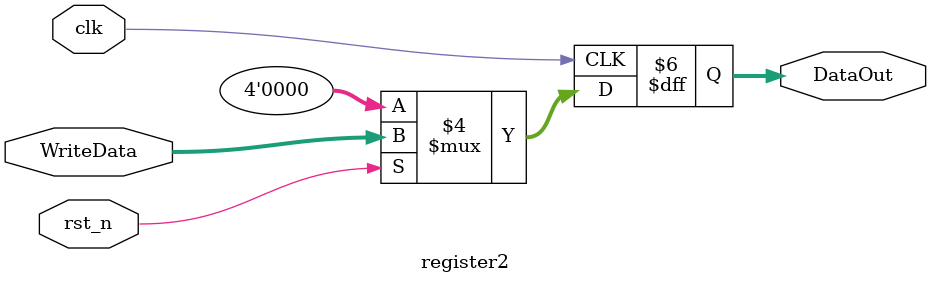
<source format=v>
module register2(
	input [3:0] WriteData,
	input clk,rst_n,
	output reg [3:0] DataOut);
	always @ (posedge clk) begin
		if(!rst_n) begin
			DataOut <= 4'b0000;
		end else begin
			DataOut <= WriteData;
		end
	end
endmodule


</source>
